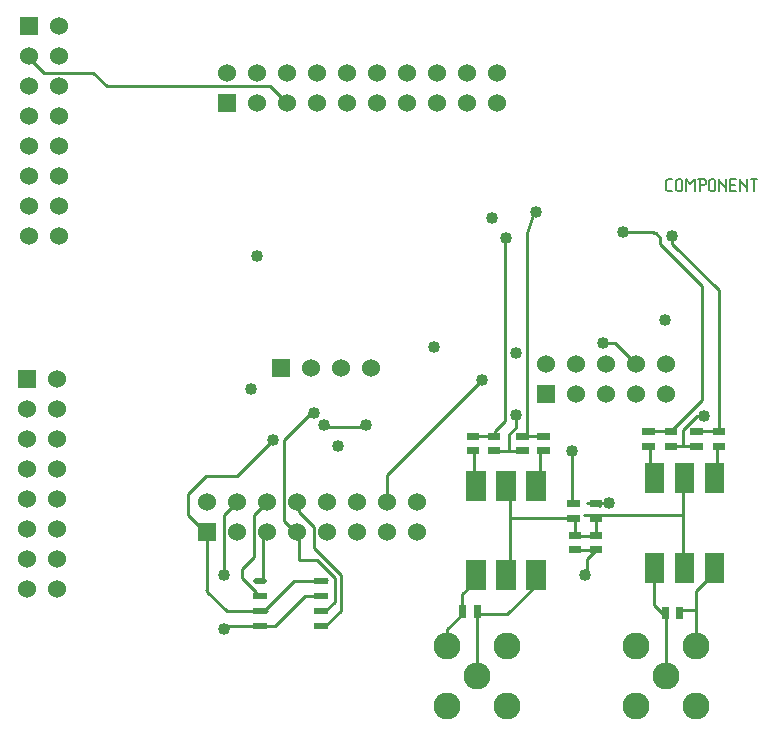
<source format=gbr>
G04 start of page 3 for group 1 idx 3
G04 Title: RX Daughterboard, component *
G04 Creator: pcb 20070208 *
G04 CreationDate: Mon Dec 24 21:51:39 2007 UTC *
G04 For: matt *
G04 Format: Gerber/RS-274X *
G04 PCB-Dimensions: 275000 250000 *
G04 PCB-Coordinate-Origin: lower left *
%MOIN*%
%FSLAX24Y24*%
%LNFRONT*%
%ADD11C,0.0100*%
%ADD12C,0.0060*%
%ADD13C,0.0900*%
%ADD14R,0.0600X0.0600*%
%ADD15C,0.0600*%
%ADD16C,0.0400*%
%ADD18C,0.0580*%
%ADD19C,0.1280*%
%ADD20C,0.0200*%
%ADD21R,0.0650X0.0650*%
%ADD22R,0.0240X0.0240*%
%ADD23R,0.0200X0.0200*%
G54D11*X20650Y12950D02*X21350Y12250D01*
X22350Y1850D02*Y3950D01*
X21950Y5200D02*Y4200D01*
X22250Y3900D01*
X22310D02*X22250D01*
X22310Y3950D02*X22350D01*
X16050Y1800D02*Y3900D01*
X15550Y4580D02*Y4090D01*
X15560Y3910D02*X15050Y3400D01*
Y2850D01*
X16040Y3900D02*X16050D01*
X16040Y4000D02*X16050D01*
X19220Y6050D02*X20000D01*
X19700Y5750D01*
X17000Y5200D02*X17150D01*
X19700Y5750D02*Y5200D01*
X16000Y5030D02*X15550Y4580D01*
X16050Y3900D02*X17050D01*
X18100Y4950D01*
X16050Y1850D02*Y1800D01*
X22900Y5300D02*Y7200D01*
Y8350D01*
X22950D02*X22900D01*
X22950Y5300D02*X22900D01*
X22800Y4050D02*X23300D01*
X22790Y4040D02*X22800Y4050D01*
X23350Y4680D02*Y2800D01*
X23950Y5280D02*X23350Y4680D01*
X18150Y8450D02*X18200Y8400D01*
X17150Y8250D02*Y7100D01*
X19300D02*X17150D01*
X20150Y7500D02*X20000Y7650D01*
Y6500D02*X19350D01*
X20000Y7100D02*Y6540D01*
Y6500D01*
X20090Y7110D02*Y7100D01*
Y7590D02*Y7650D01*
X19600Y7200D02*X22900D01*
X19350Y6500D02*X19300Y6550D01*
Y7100D01*
Y6550D02*Y6540D01*
Y7100D02*Y7110D01*
X19210Y6060D02*X19220Y6050D01*
X20450Y7600D02*X19700D01*
X20090Y7590D02*Y7500D01*
X20150D01*
X20000Y6500D02*Y6540D01*
X17150Y7100D02*Y5200D01*
X18000Y8400D02*X18200D01*
X17350Y10550D02*Y10139D01*
X19200Y9350D02*Y7550D01*
X16510Y9840D02*Y9850D01*
Y9360D02*X16520Y9350D01*
X17550D01*
X17640Y9840D02*Y9900D01*
X18160Y9360D02*Y9350D01*
X22420Y9500D02*X23350D01*
X23950Y8650D02*X24050D01*
X22410Y9510D02*X22420Y9500D01*
X24010Y9510D02*Y9500D01*
X21660Y9990D02*Y10000D01*
X21800Y9500D02*Y8650D01*
X21840Y9510D02*Y9500D01*
X22410Y10000D02*X21700D01*
X21950Y8650D02*X21800D01*
X23400Y10000D02*X23350Y9950D01*
X23550Y11050D02*X22500Y10000D01*
X22590Y9990D02*Y10000D01*
X22410Y9990D02*Y10000D01*
X23600Y10500D02*X23360D01*
X22900Y10039D01*
Y9550D01*
X24050Y9500D02*Y8650D01*
X23440Y9990D02*Y9950D01*
X24010Y10000D02*X23400D01*
X24010Y9990D02*Y10000D01*
X20250Y12950D02*X20650D01*
X17950Y17300D02*X17700Y16600D01*
X18000Y17300D02*Y17250D01*
Y17300D02*Y17250D01*
Y17300D02*X17950D01*
X22550Y16250D02*X24100Y14700D01*
X1600Y21950D02*X1150Y22400D01*
X20900Y16650D02*X21900D01*
X17000Y16450D02*X16980D01*
X21900Y16650D02*X21950Y16600D01*
X3250Y21950D02*X1600D01*
X3700Y21500D02*X3250Y21950D01*
X9150Y21500D02*X3700D01*
X9700Y20950D02*X9150Y21500D01*
X24100Y14700D02*Y10000D01*
X16980Y16450D02*Y10350D01*
X17700Y16600D02*Y9900D01*
X22550Y16500D02*Y16250D01*
X21950Y16600D02*X22000D01*
X22150Y16450D01*
Y16250D01*
X23550Y14850D01*
Y11050D01*
X24100Y10000D02*Y9990D01*
X10900Y10200D02*X11000Y10150D01*
X10950D02*X12400D01*
X10600Y10600D02*X10500D01*
X15900Y9850D02*X16510D01*
X16980Y10350D02*X16650Y10019D01*
Y9850D01*
X15990Y9360D02*Y9300D01*
X16690Y9840D02*Y9850D01*
X15990Y9840D02*Y9850D01*
X17640Y9840D02*X18160D01*
X18150Y9350D02*Y8450D01*
X15950Y9300D02*Y8400D01*
X16000D02*X15950D01*
X17150Y8250D02*X17100Y8300D01*
Y9889D02*Y9350D01*
X17350Y10139D02*X17100Y9889D01*
X17000Y8300D02*X17100D01*
X7000Y4700D02*X7050D01*
X8200Y5400D02*Y5100D01*
X8660Y4640D01*
X7050Y4650D02*X7700Y4000D01*
X9050D02*X8750D01*
X8660Y4640D02*Y4500D01*
X7700Y4000D02*X8700D01*
X7050Y6650D02*Y4650D01*
X6400Y7200D02*X7000Y6600D01*
X8600Y5800D02*X8200Y5400D01*
X9050Y6650D02*X8900Y6500D01*
Y5000D01*
X8940D02*Y5050D01*
X8600Y7200D02*Y5800D01*
X7600Y7200D02*Y5200D01*
X7000Y8500D02*X6400Y7900D01*
X16200Y11700D02*X13050Y8550D01*
X8050Y8500D02*X7000D01*
X13050Y8550D02*Y7650D01*
X9200Y9700D02*X9250D01*
X10500Y10600D02*X9600Y9700D01*
X9250D02*X8050Y8500D01*
X9600Y9700D02*Y7000D01*
X6400Y7900D02*Y7200D01*
X10050Y7650D02*Y7900D01*
X8050Y7650D02*X7600Y7200D01*
X10050Y7600D02*Y7900D01*
X10100Y7300D02*Y7600D01*
X9050Y7650D02*X8600Y7200D01*
X7600Y3400D02*X7700Y3500D01*
X9600Y7000D02*X9900Y6700D01*
X10000D01*
X7700Y3500D02*X9300D01*
X8940Y4000D02*X9940Y5000D01*
X8950Y5050D02*X8900Y5000D01*
X10600Y6100D02*Y6800D01*
X10050Y6650D02*X10100Y6600D01*
X10050Y6650D02*Y6869D01*
X10600Y6800D02*X10100Y7300D01*
X9300Y3500D02*X10300Y4500D01*
X11500Y5200D02*X10600Y6100D01*
X10100Y6600D02*Y5700D01*
X10700D01*
X10980Y5000D02*X11030Y5050D01*
X11500Y4020D02*Y5200D01*
X11300Y5100D02*Y4320D01*
X10700Y5700D02*X11300Y5100D01*
X10980Y3500D02*X11500Y4020D01*
X9940Y5000D02*X10900D01*
X11300Y4320D02*X10980Y4000D01*
X10300Y4500D02*X10800D01*
G54D12*X22400Y18000D02*X22550D01*
X22350Y18050D02*X22400Y18000D01*
X22350Y18350D02*Y18050D01*
Y18350D02*X22400Y18400D01*
X22550D01*
X22670Y18350D02*Y18050D01*
Y18350D02*X22720Y18400D01*
X22820D01*
X22870Y18350D01*
Y18050D01*
X22820Y18000D02*X22870Y18050D01*
X22720Y18000D02*X22820D01*
X22670Y18050D02*X22720Y18000D01*
X22990Y18400D02*Y18000D01*
Y18400D02*X23140Y18250D01*
X23290Y18400D01*
Y18000D01*
X23460Y18400D02*Y18000D01*
X23410Y18400D02*X23610D01*
X23660Y18350D01*
Y18250D01*
X23610Y18200D02*X23660Y18250D01*
X23460Y18200D02*X23610D01*
X23780Y18350D02*Y18050D01*
Y18350D02*X23830Y18400D01*
X23930D01*
X23980Y18350D01*
Y18050D01*
X23930Y18000D02*X23980Y18050D01*
X23830Y18000D02*X23930D01*
X23780Y18050D02*X23830Y18000D01*
X24100Y18400D02*Y18000D01*
Y18400D02*Y18350D01*
X24350Y18100D01*
Y18400D02*Y18000D01*
X24470Y18200D02*X24620D01*
X24470Y18000D02*X24670D01*
X24470Y18400D02*Y18000D01*
Y18400D02*X24670D01*
X24790D02*Y18000D01*
Y18400D02*Y18350D01*
X25040Y18100D01*
Y18400D02*Y18000D01*
X25160Y18400D02*X25360D01*
X25260D02*Y18000D01*
G54D13*X22350Y1850D03*
X21350Y2850D03*
X23350D03*
X21350Y850D03*
X23350D03*
G54D14*X18350Y11250D03*
G54D13*X16050Y1850D03*
X15050Y2850D03*
X17050D03*
X15050Y850D03*
X17050D03*
G54D15*X18350Y12250D03*
X19350Y11250D03*
Y12250D03*
X20350D03*
X21350D03*
X22350D03*
X20350Y11250D03*
X21350D03*
X22350D03*
G54D14*X9500Y12100D03*
G54D15*X10500D03*
X11500D03*
X12500D03*
G54D14*X7050Y6650D03*
G54D15*Y7650D03*
X8050Y6650D03*
Y7650D03*
X9050Y6650D03*
Y7650D03*
X10050Y6650D03*
Y7650D03*
X11050Y6650D03*
Y7650D03*
X12050Y6650D03*
X13050D03*
X14050D03*
X12050Y7650D03*
X13050D03*
X14050D03*
X10700Y20950D03*
Y21950D03*
X11700D03*
X12700D03*
X11700Y20950D03*
X12700D03*
X13700D03*
X14700D03*
X15700D03*
X16700D03*
X13700Y21950D03*
X14700D03*
X15700D03*
X16700D03*
G54D14*X7700Y20950D03*
G54D15*Y21950D03*
X8700Y20950D03*
Y21950D03*
X9700Y20950D03*
Y21950D03*
G54D14*X1100Y23500D03*
G54D15*X2100D03*
X1100Y22500D03*
Y21500D03*
Y20500D03*
X2100Y22500D03*
Y21500D03*
Y20500D03*
Y19500D03*
Y18500D03*
Y17500D03*
X1100Y19500D03*
Y18500D03*
Y17500D03*
Y16500D03*
X2100D03*
X2050Y11750D03*
Y10750D03*
G54D14*X1050Y11750D03*
G54D15*Y10750D03*
Y9750D03*
X2050D03*
X1050Y8750D03*
Y7750D03*
Y6750D03*
Y5750D03*
Y4750D03*
X2050Y8750D03*
Y7750D03*
Y6750D03*
Y5750D03*
Y4750D03*
G54D16*X20450Y7600D03*
X19650Y5200D03*
X17000Y16450D03*
X18000Y17300D03*
X16550Y17100D03*
X22550Y16500D03*
X20900Y16650D03*
X20250Y12950D03*
X22300Y13700D03*
X8700Y15850D03*
X23600Y10500D03*
X19200Y9350D03*
X12350Y10200D03*
X10950D03*
X11400Y9500D03*
X10600Y10600D03*
X9250Y9700D03*
X8500Y11400D03*
X7600Y5200D03*
Y3400D03*
X17350Y12600D03*
Y10550D03*
X14600Y12800D03*
X16200Y11700D03*
G54D21*X23950Y8620D02*Y8270D01*
X22950Y8620D02*Y8270D01*
X21950Y8620D02*Y8270D01*
G54D22*X24010Y9510D02*X24190D01*
X21660D02*X21840D01*
X23260D02*X23440D01*
X22410D02*X22590D01*
X24010Y9990D02*X24190D01*
X21660D02*X21840D01*
X23260D02*X23440D01*
X22410D02*X22590D01*
X18160Y9360D02*X18340D01*
G54D21*X18000Y8370D02*Y8020D01*
G54D22*X18160Y9840D02*X18340D01*
X19910Y7590D02*X20090D01*
X19910Y7110D02*X20090D01*
X19210Y6540D02*X19390D01*
X19160Y7590D02*X19340D01*
X19160Y7110D02*X19340D01*
X19910Y6540D02*X20090D01*
X17460Y9840D02*X17640D01*
X17460Y9360D02*X17640D01*
G54D21*X17000Y8370D02*Y8020D01*
X16000Y8370D02*Y8020D01*
G54D22*X15810Y9360D02*X15990D01*
X16510D02*X16690D01*
X15810Y9840D02*X15990D01*
X16510D02*X16690D01*
G54D21*X21950Y5630D02*Y5280D01*
X22950Y5630D02*Y5280D01*
X23950Y5630D02*Y5280D01*
G54D22*X22310Y4040D02*Y3860D01*
X22790Y4040D02*Y3860D01*
X19210Y6060D02*X19390D01*
X19910D02*X20090D01*
G54D21*X17000Y5380D02*Y5030D01*
X18000Y5380D02*Y5030D01*
G54D22*X16040Y4090D02*Y3910D01*
X15560Y4090D02*Y3910D01*
G54D21*X16000Y5380D02*Y5030D01*
G54D20*X8660Y5000D02*X8940D01*
G54D23*X8660Y4500D02*X8940D01*
X8660Y4000D02*X8940D01*
X8660Y3500D02*X8940D01*
X10700D02*X10980D01*
X10700Y4000D02*X10980D01*
X10700Y4500D02*X10980D01*
X10700Y5000D02*X10980D01*
G54D18*G54D15*G54D16*G54D15*G54D16*G54D18*G54D16*G54D19*G54D20*G54D19*G54D20*G54D19*G54D20*M02*

</source>
